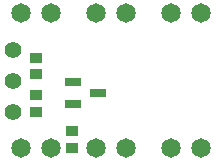
<source format=gbs>
%FSLAX24Y24*%
%MOIN*%
G70*
G01*
G75*
G04 Layer_Color=16711935*
%ADD10R,0.0500X0.0299*%
%ADD11R,0.0315X0.0354*%
%ADD12R,0.0244X0.0480*%
%ADD13R,0.0276X0.0354*%
%ADD14C,0.0200*%
%ADD15C,0.0591*%
%ADD16C,0.0492*%
%ADD17R,0.0354X0.0315*%
%ADD18R,0.0354X0.0276*%
%ADD19R,0.0512X0.0236*%
%ADD20C,0.0100*%
%ADD21C,0.0050*%
%ADD22C,0.0079*%
%ADD23C,0.0080*%
%ADD24R,0.0560X0.0359*%
%ADD25R,0.0375X0.0414*%
%ADD26R,0.0304X0.0540*%
%ADD27R,0.0336X0.0414*%
%ADD28C,0.0651*%
%ADD29C,0.0552*%
%ADD30R,0.0414X0.0375*%
%ADD31R,0.0414X0.0336*%
%ADD32R,0.0572X0.0296*%
D28*
X16750Y10750D02*
D03*
X15750D02*
D03*
X14250D02*
D03*
X13250D02*
D03*
X14250Y15250D02*
D03*
X13250D02*
D03*
X16750D02*
D03*
X15750D02*
D03*
X11750Y10750D02*
D03*
X10750D02*
D03*
X11750Y15250D02*
D03*
X10750D02*
D03*
D29*
X10500Y14043D02*
D03*
Y13000D02*
D03*
Y11957D02*
D03*
D30*
X11250Y13776D02*
D03*
Y13224D02*
D03*
X11250Y11974D02*
D03*
Y12526D02*
D03*
D31*
X12450Y10755D02*
D03*
Y11345D02*
D03*
D32*
X13313Y12600D02*
D03*
X12487Y12974D02*
D03*
Y12226D02*
D03*
M02*

</source>
